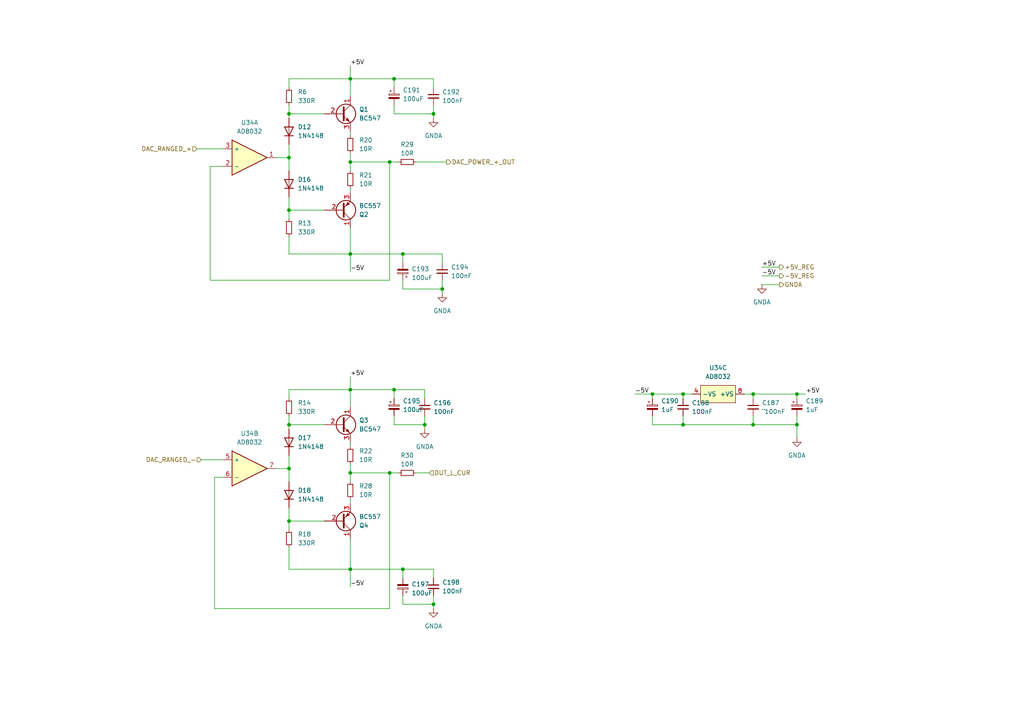
<source format=kicad_sch>
(kicad_sch (version 20231120) (generator "eeschema") (generator_version "8.0")
  (paper "A4")
  (lib_symbols
    (symbol "Device:C_Polarized_Small" (pin_numbers hide) (pin_names (offset 0.254) hide)
      (property "Reference" "C" (at 0.254 1.778 0))
      (property "Value" "C_Polarized_Small" (at 0.254 -2.032 0))
      (symbol "C_Polarized_Small_0_1"
        (rectangle (start -1.524 -0.3048) (end 1.524 -0.6858) (fill (type outline)))
        (rectangle (start -1.524 0.6858) (end 1.524 0.3048))
        (polyline (pts (xy -1.27 1.524) (xy -0.762 1.524)))
        (polyline (pts (xy -1.016 1.27) (xy -1.016 1.778)))
      )
      (symbol "C_Polarized_Small_1_1"
        (pin passive line (at 0 2.54 270) (length 1.8542) (name "~") (number "1"))
        (pin passive line (at 0 -2.54 90) (length 1.8542) (name "~") (number "2"))
      )
    )
    (symbol "Device:C_Small" (pin_numbers hide) (pin_names (offset 0.254) hide)
      (property "Reference" "C" (at 0.254 1.778 0))
      (property "Value" "C_Small" (at 0.254 -2.032 0))
      (symbol "C_Small_0_1"
        (polyline (pts (xy -1.524 -0.508) (xy 1.524 -0.508)) (stroke (width 0.3302)))
        (polyline (pts (xy -1.524 0.508) (xy 1.524 0.508)) (stroke (width 0.3048)))
      )
      (symbol "C_Small_1_1"
        (pin passive line (at 0 2.54 270) (length 2.032) (name "~") (number "1"))
        (pin passive line (at 0 -2.54 90) (length 2.032) (name "~") (number "2"))
      )
    )
    (symbol "Device:R_Small" (pin_numbers hide) (pin_names (offset 0.254) hide)
      (property "Reference" "R" (at 0.762 0.508 0))
      (property "Value" "R_Small" (at 0.762 -1.016 0))
      (symbol "R_Small_0_1"
        (rectangle (start -0.762 1.778) (end 0.762 -1.778) (stroke (width 0.2032)))
      )
      (symbol "R_Small_1_1"
        (pin passive line (at 0 2.54 270) (length 0.762) (name "~") (number "1"))
        (pin passive line (at 0 -2.54 90) (length 0.762) (name "~") (number "2"))
      )
    )
    (symbol "Diode:1N4148" (pin_numbers hide) (pin_names hide)
      (property "Reference" "D" (at 0 2.54 0))
      (property "Value" "1N4148" (at 0 -2.54 0))
      (symbol "1N4148_0_1"
        (polyline (pts (xy -1.27 1.27) (xy -1.27 -1.27)) (stroke (width 0.254)))
        (polyline (pts (xy 1.27 0) (xy -1.27 0)))
        (polyline (pts (xy 1.27 1.27) (xy 1.27 -1.27) (xy -1.27 0) (xy 1.27 1.27)) (stroke (width 0.254)))
      )
      (symbol "1N4148_1_1"
        (pin passive line (at -3.81 0 0) (length 2.54) (name "K") (number "1"))
        (pin passive line (at 3.81 0 180) (length 2.54) (name "A") (number "2"))
      )
    )
    (symbol "JRIX Op Amp:AD8032"
      (property "Reference" "U" (at 0.254 7.874 0))
      (property "Value" "AD8032" (at 0.508 5.842 0))
      (symbol "AD8032_1_1"
        (polyline (pts (xy -3.81 5.08) (xy 6.35 0) (xy -3.81 -5.08) (xy -3.81 5.08)) (stroke (width 0.254)) (fill (type background)))
        (pin output line (at 8.89 0 180) (length 2.54) (name "~") (number "1"))
        (pin input line (at -6.35 -2.54 0) (length 2.54) (name "-") (number "2"))
        (pin input line (at -6.35 2.54 0) (length 2.54) (name "+") (number "3"))
      )
      (symbol "AD8032_2_1"
        (polyline (pts (xy -3.81 5.08) (xy 6.35 0) (xy -3.81 -5.08) (xy -3.81 5.08)) (stroke (width 0.254)) (fill (type background)))
        (pin input line (at -6.35 2.54 0) (length 2.54) (name "+") (number "5"))
        (pin input line (at -6.35 -2.54 0) (length 2.54) (name "-") (number "6"))
        (pin output line (at 8.89 0 180) (length 2.54) (name "~") (number "7"))
      )
      (symbol "AD8032_3_1"
        (rectangle (start -5.08 3.81) (end 5.08 -1.27) (fill (type background)))
        (pin power_in line (at -7.62 1.27 0) (length 2.54) (name "-VS") (number "4"))
        (pin power_in line (at 7.62 1.27 180) (length 2.54) (name "+VS") (number "8"))
      )
    )
    (symbol "Transistor_BJT:BC547" (pin_names (offset 0) hide)
      (property "Reference" "Q" (at 5.08 1.905 0))
      (property "Value" "BC547" (at 5.08 0 0))
      (symbol "BC547_0_1"
        (polyline (pts (xy 0 0) (xy 0.635 0)))
        (polyline (pts (xy 0.635 0.635) (xy 2.54 2.54)))
        (polyline (pts (xy 0.635 -0.635) (xy 2.54 -2.54) (xy 2.54 -2.54)))
        (polyline (pts (xy 0.635 1.905) (xy 0.635 -1.905) (xy 0.635 -1.905)) (stroke (width 0.508)))
        (polyline (pts (xy 1.27 -1.778) (xy 1.778 -1.27) (xy 2.286 -2.286) (xy 1.27 -1.778) (xy 1.27 -1.778)) (fill (type outline)))
        (circle (center 1.27 0) (radius 2.8194) (stroke (width 0.254)))
      )
      (symbol "BC547_1_1"
        (pin passive line (at 2.54 5.08 270) (length 2.54) (name "C") (number "1"))
        (pin input line (at -5.08 0 0) (length 5.08) (name "B") (number "2"))
        (pin passive line (at 2.54 -5.08 90) (length 2.54) (name "E") (number "3"))
      )
    )
    (symbol "Transistor_BJT:BC557" (pin_names (offset 0) hide)
      (property "Reference" "Q" (at 5.08 1.905 0))
      (property "Value" "BC557" (at 5.08 0 0))
      (symbol "BC557_0_1"
        (polyline (pts (xy 0.635 0.635) (xy 2.54 2.54)))
        (polyline (pts (xy 0.635 -0.635) (xy 2.54 -2.54) (xy 2.54 -2.54)))
        (polyline (pts (xy 0.635 1.905) (xy 0.635 -1.905) (xy 0.635 -1.905)) (stroke (width 0.508)))
        (polyline (pts (xy 2.286 -1.778) (xy 1.778 -2.286) (xy 1.27 -1.27) (xy 2.286 -1.778) (xy 2.286 -1.778)) (fill (type outline)))
        (circle (center 1.27 0) (radius 2.8194) (stroke (width 0.254)))
      )
      (symbol "BC557_1_1"
        (pin passive line (at 2.54 5.08 270) (length 2.54) (name "C") (number "1"))
        (pin input line (at -5.08 0 0) (length 5.715) (name "B") (number "2"))
        (pin passive line (at 2.54 -5.08 90) (length 2.54) (name "E") (number "3"))
      )
    )
    (symbol "power:GNDA" (power) (pin_numbers hide) (pin_names (offset 0) hide)
      (property "Value" "GNDA" (at 0 -3.81 0))
      (symbol "GNDA_0_1"
        (polyline (pts (xy 0 0) (xy 0 -1.27) (xy 1.27 -1.27) (xy 0 -2.54) (xy -1.27 -1.27) (xy 0 -1.27)))
      )
      (symbol "GNDA_1_1"
        (pin power_in line (at 0 0 270) (length 0) (name "~") (number "1"))
      )
    )
  )
  (junction (at 113.03 137.16))
  (junction (at 101.6 137.16))
  (junction (at 231.14 114.3))
  (junction (at 198.12 123.19))
  (junction (at 123.19 123.19))
  (junction (at 101.6 73.66))
  (junction (at 113.03 46.99))
  (junction (at 83.82 123.19))
  (junction (at 128.27 83.82))
  (junction (at 114.3 22.86))
  (junction (at 218.44 114.3))
  (junction (at 101.6 165.1))
  (junction (at 198.12 114.3))
  (junction (at 83.82 135.89))
  (junction (at 125.73 33.02))
  (junction (at 101.6 22.86))
  (junction (at 101.6 113.03))
  (junction (at 83.82 45.72))
  (junction (at 83.82 151.13))
  (junction (at 114.3 113.03))
  (junction (at 83.82 33.02))
  (junction (at 125.73 175.26))
  (junction (at 218.44 123.19))
  (junction (at 189.23 114.3))
  (junction (at 231.14 123.19))
  (junction (at 116.84 73.66))
  (junction (at 83.82 60.96))
  (junction (at 116.84 165.1))
  (junction (at 101.6 46.99))
  (wire (pts (xy 83.82 113.03) (xy 101.6 113.03)))
  (wire (pts (xy 83.82 120.65) (xy 83.82 123.19)))
  (wire (pts (xy 114.3 115.57) (xy 114.3 113.03)))
  (wire (pts (xy 60.96 48.26) (xy 60.96 81.28)))
  (wire (pts (xy 116.84 172.72) (xy 116.84 175.26)))
  (wire (pts (xy 116.84 167.64) (xy 116.84 165.1)))
  (wire (pts (xy 123.19 123.19) (xy 123.19 124.46)))
  (wire (pts (xy 101.6 66.04) (xy 101.6 73.66)))
  (wire (pts (xy 218.44 123.19) (xy 231.14 123.19)))
  (wire (pts (xy 101.6 137.16) (xy 113.03 137.16)))
  (wire (pts (xy 120.65 137.16) (xy 124.46 137.16)))
  (wire (pts (xy 83.82 30.48) (xy 83.82 33.02)))
  (wire (pts (xy 220.98 77.47) (xy 226.06 77.47)))
  (wire (pts (xy 101.6 73.66) (xy 101.6 78.74)))
  (wire (pts (xy 101.6 113.03) (xy 101.6 118.11)))
  (wire (pts (xy 83.82 22.86) (xy 101.6 22.86)))
  (wire (pts (xy 57.15 43.18) (xy 64.77 43.18)))
  (wire (pts (xy 58.42 133.35) (xy 64.77 133.35)))
  (wire (pts (xy 113.03 46.99) (xy 115.57 46.99)))
  (wire (pts (xy 83.82 60.96) (xy 83.82 63.5)))
  (wire (pts (xy 101.6 165.1) (xy 101.6 170.18)))
  (wire (pts (xy 125.73 30.48) (xy 125.73 33.02)))
  (wire (pts (xy 116.84 81.28) (xy 116.84 83.82)))
  (wire (pts (xy 120.65 46.99) (xy 129.54 46.99)))
  (wire (pts (xy 93.98 33.02) (xy 83.82 33.02)))
  (wire (pts (xy 125.73 172.72) (xy 125.73 175.26)))
  (wire (pts (xy 113.03 137.16) (xy 115.57 137.16)))
  (wire (pts (xy 101.6 22.86) (xy 101.6 27.94)))
  (wire (pts (xy 114.3 30.48) (xy 114.3 33.02)))
  (wire (pts (xy 231.14 114.3) (xy 233.68 114.3)))
  (wire (pts (xy 101.6 46.99) (xy 101.6 49.53)))
  (wire (pts (xy 220.98 80.01) (xy 226.06 80.01)))
  (wire (pts (xy 83.82 45.72) (xy 83.82 41.91)))
  (wire (pts (xy 128.27 81.28) (xy 128.27 83.82)))
  (wire (pts (xy 128.27 76.2) (xy 128.27 73.66)))
  (wire (pts (xy 83.82 57.15) (xy 83.82 60.96)))
  (wire (pts (xy 231.14 127) (xy 231.14 123.19)))
  (wire (pts (xy 83.82 135.89) (xy 83.82 139.7)))
  (wire (pts (xy 101.6 134.62) (xy 101.6 137.16)))
  (wire (pts (xy 83.82 113.03) (xy 83.82 115.57)))
  (wire (pts (xy 101.6 46.99) (xy 113.03 46.99)))
  (wire (pts (xy 184.15 114.3) (xy 189.23 114.3)))
  (wire (pts (xy 83.82 60.96) (xy 93.98 60.96)))
  (wire (pts (xy 189.23 114.3) (xy 189.23 115.57)))
  (wire (pts (xy 83.82 158.75) (xy 83.82 165.1)))
  (wire (pts (xy 128.27 83.82) (xy 128.27 85.09)))
  (wire (pts (xy 125.73 33.02) (xy 125.73 34.29)))
  (wire (pts (xy 83.82 151.13) (xy 93.98 151.13)))
  (wire (pts (xy 125.73 25.4) (xy 125.73 22.86)))
  (wire (pts (xy 231.14 114.3) (xy 231.14 115.57)))
  (wire (pts (xy 83.82 25.4) (xy 83.82 22.86)))
  (wire (pts (xy 64.77 48.26) (xy 60.96 48.26)))
  (wire (pts (xy 83.82 68.58) (xy 83.82 73.66)))
  (wire (pts (xy 123.19 113.03) (xy 114.3 113.03)))
  (wire (pts (xy 218.44 114.3) (xy 218.44 115.57)))
  (wire (pts (xy 83.82 165.1) (xy 101.6 165.1)))
  (wire (pts (xy 83.82 151.13) (xy 83.82 153.67)))
  (wire (pts (xy 114.3 113.03) (xy 101.6 113.03)))
  (wire (pts (xy 80.01 135.89) (xy 83.82 135.89)))
  (wire (pts (xy 83.82 123.19) (xy 83.82 124.46)))
  (wire (pts (xy 226.06 82.55) (xy 220.98 82.55)))
  (wire (pts (xy 123.19 115.57) (xy 123.19 113.03)))
  (wire (pts (xy 64.77 138.43) (xy 62.23 138.43)))
  (wire (pts (xy 198.12 120.65) (xy 198.12 123.19)))
  (wire (pts (xy 101.6 109.22) (xy 101.6 113.03)))
  (wire (pts (xy 114.3 22.86) (xy 125.73 22.86)))
  (wire (pts (xy 189.23 120.65) (xy 189.23 123.19)))
  (wire (pts (xy 101.6 144.78) (xy 101.6 146.05)))
  (wire (pts (xy 113.03 81.28) (xy 113.03 46.99)))
  (wire (pts (xy 101.6 54.61) (xy 101.6 55.88)))
  (wire (pts (xy 93.98 123.19) (xy 83.82 123.19)))
  (wire (pts (xy 114.3 22.86) (xy 101.6 22.86)))
  (wire (pts (xy 116.84 76.2) (xy 116.84 73.66)))
  (wire (pts (xy 114.3 25.4) (xy 114.3 22.86)))
  (wire (pts (xy 83.82 33.02) (xy 83.82 34.29)))
  (wire (pts (xy 101.6 128.27) (xy 101.6 129.54)))
  (wire (pts (xy 60.96 81.28) (xy 113.03 81.28)))
  (wire (pts (xy 101.6 137.16) (xy 101.6 139.7)))
  (wire (pts (xy 101.6 156.21) (xy 101.6 165.1)))
  (wire (pts (xy 215.9 114.3) (xy 218.44 114.3)))
  (wire (pts (xy 218.44 114.3) (xy 231.14 114.3)))
  (wire (pts (xy 116.84 83.82) (xy 128.27 83.82)))
  (wire (pts (xy 198.12 114.3) (xy 200.66 114.3)))
  (wire (pts (xy 116.84 175.26) (xy 125.73 175.26)))
  (wire (pts (xy 62.23 138.43) (xy 62.23 176.53)))
  (wire (pts (xy 189.23 114.3) (xy 198.12 114.3)))
  (wire (pts (xy 189.23 123.19) (xy 198.12 123.19)))
  (wire (pts (xy 101.6 44.45) (xy 101.6 46.99)))
  (wire (pts (xy 101.6 73.66) (xy 116.84 73.66)))
  (wire (pts (xy 113.03 176.53) (xy 113.03 137.16)))
  (wire (pts (xy 198.12 114.3) (xy 198.12 115.57)))
  (wire (pts (xy 218.44 120.65) (xy 218.44 123.19)))
  (wire (pts (xy 114.3 123.19) (xy 123.19 123.19)))
  (wire (pts (xy 62.23 176.53) (xy 113.03 176.53)))
  (wire (pts (xy 116.84 73.66) (xy 128.27 73.66)))
  (wire (pts (xy 231.14 120.65) (xy 231.14 123.19)))
  (wire (pts (xy 125.73 165.1) (xy 116.84 165.1)))
  (wire (pts (xy 114.3 120.65) (xy 114.3 123.19)))
  (wire (pts (xy 80.01 45.72) (xy 83.82 45.72)))
  (wire (pts (xy 83.82 147.32) (xy 83.82 151.13)))
  (wire (pts (xy 125.73 175.26) (xy 125.73 176.53)))
  (wire (pts (xy 125.73 167.64) (xy 125.73 165.1)))
  (wire (pts (xy 101.6 38.1) (xy 101.6 39.37)))
  (wire (pts (xy 83.82 45.72) (xy 83.82 49.53)))
  (wire (pts (xy 198.12 123.19) (xy 218.44 123.19)))
  (wire (pts (xy 114.3 33.02) (xy 125.73 33.02)))
  (wire (pts (xy 83.82 73.66) (xy 101.6 73.66)))
  (wire (pts (xy 101.6 165.1) (xy 116.84 165.1)))
  (wire (pts (xy 101.6 19.05) (xy 101.6 22.86)))
  (wire (pts (xy 123.19 120.65) (xy 123.19 123.19)))
  (wire (pts (xy 83.82 135.89) (xy 83.82 132.08)))
  (label "-5V" (at 101.6 78.74 0))
  (label "-5V" (at 101.6 170.18 0))
  (label "-5V" (at 220.98 80.01 0))
  (label "-5V" (at 184.15 114.3 0))
  (label "+5V" (at 101.6 109.22 0))
  (label "+5V" (at 101.6 19.05 0))
  (label "+5V" (at 233.68 114.3 0))
  (label "+5V" (at 220.98 77.47 0))
  (hierarchical_label "GNDA" (shape output) (at 226.06 82.55 0))
  (hierarchical_label "DAC_RANGED_-" (shape input) (at 58.42 133.35 180))
  (hierarchical_label "DUT_L_CUR" (shape input) (at 124.46 137.16 0))
  (hierarchical_label "DAC_RANGED_+" (shape input) (at 57.15 43.18 180))
  (hierarchical_label "DAC_POWER_+_OUT" (shape output) (at 129.54 46.99 0))
  (hierarchical_label "+5V_REG" (shape output) (at 226.06 77.47 0))
  (hierarchical_label "-5V_REG" (shape output) (at 226.06 80.01 0))
  (symbol (lib_id "power:GNDA") (at 128.27 85.09 0) (unit 1)
    (property "Reference" "#PWR0127" (effects (hide yes)))
    (property "Value" "GNDA" (at 128.27 90.17 0))
    (property "Description" "Power symbol creates a global label with name \"GNDA\" , analog ground" (effects (hide yes)))
  )
  (symbol (lib_id "Diode:1N4148") (at 83.82 143.51 90) (unit 1)
    (property "Reference" "D18" (at 86.36 142.2399 90) (effects (justify right)))
    (property "Value" "1N4148" (at 86.36 144.7799 90) (effects (justify right)))
    (property "Footprint" "Diode_THT:D_DO-35_SOD27_P7.62mm_Horizontal" (effects (hide yes)))
    (property "Datasheet" "https://assets.nexperia.com/documents/data-sheet/1N4148_1N4448.pdf" (effects (hide yes)))
    (property "Description" "100V 0.15A standard switching diode, DO-35" (effects (hide yes)))
    (property "Sim.Device" "D" (effects (hide yes)))
    (property "Sim.Pins" "1=K 2=A" (effects (hide yes)))
  )
  (symbol (lib_id "Transistor_BJT:BC557") (at 99.06 151.13 0) (mirror x) (unit 1)
    (property "Reference" "Q4" (at 104.14 152.4001 0) (effects (justify left)))
    (property "Value" "BC557" (at 104.14 149.8601 0) (effects (justify left)))
    (property "Footprint" "Package_TO_SOT_THT:TO-92_Inline" (effects (hide yes)))
    (property "Datasheet" "https://www.onsemi.com/pub/Collateral/BC556BTA-D.pdf" (effects (hide yes)))
    (property "Description" "0.1A Ic, 45V Vce, PNP Small Signal Transistor, TO-92" (effects (hide yes)))
  )
  (symbol (lib_id "power:GNDA") (at 220.98 82.55 0) (unit 1)
    (property "Reference" "#PWR0124" (effects (hide yes)))
    (property "Value" "GNDA" (at 220.98 87.63 0))
    (property "Description" "Power symbol creates a global label with name \"GNDA\" , analog ground" (effects (hide yes)))
  )
  (symbol (lib_id "Device:R_Small") (at 101.6 132.08 0) (unit 1)
    (property "Reference" "R22" (at 104.14 130.8099 0) (effects (justify left)))
    (property "Value" "10R" (at 104.14 133.3499 0) (effects (justify left)))
    (property "Footprint" "Resistor_THT:R_Axial_DIN0207_L6.3mm_D2.5mm_P10.16mm_Horizontal" (effects (hide yes)))
    (property "Description" "Resistor, small symbol" (effects (hide yes)))
  )
  (symbol (lib_id "Device:C_Polarized_Small") (at 114.3 27.94 0) (unit 1)
    (property "Reference" "C191" (at 116.84 26.1238 0) (effects (justify left)))
    (property "Value" "100uF" (at 116.84 28.6638 0) (effects (justify left)))
    (property "Footprint" "Capacitor_THT:CP_Radial_D6.3mm_P2.50mm" (effects (hide yes)))
    (property "Description" "Polarized capacitor, small symbol" (effects (hide yes)))
  )
  (symbol (lib_id "Device:C_Small") (at 218.44 118.11 0) (unit 1)
    (property "Reference" "C187" (at 220.98 116.8462 0) (effects (justify left)))
    (property "Value" "¨100nF" (at 220.98 119.3862 0) (effects (justify left)))
    (property "Footprint" "Capacitor_SMD:C_0805_2012Metric_Pad1.18x1.45mm_HandSolder" (effects (hide yes)))
    (property "Description" "Unpolarized capacitor, small symbol" (effects (hide yes)))
  )
  (symbol (lib_id "Transistor_BJT:BC547") (at 99.06 33.02 0) (unit 1)
    (property "Reference" "Q1" (at 104.14 31.7499 0) (effects (justify left)))
    (property "Value" "BC547" (at 104.14 34.2899 0) (effects (justify left)))
    (property "Footprint" "Package_TO_SOT_THT:TO-92_Inline" (effects (hide yes)))
    (property "Datasheet" "https://www.onsemi.com/pub/Collateral/BC550-D.pdf" (effects (hide yes)))
    (property "Description" "0.1A Ic, 45V Vce, Small Signal NPN Transistor, TO-92" (effects (hide yes)))
  )
  (symbol (lib_id "Diode:1N4148") (at 83.82 38.1 90) (unit 1)
    (property "Reference" "D12" (at 86.36 36.8299 90) (effects (justify right)))
    (property "Value" "1N4148" (at 86.36 39.3699 90) (effects (justify right)))
    (property "Footprint" "Diode_THT:D_DO-35_SOD27_P7.62mm_Horizontal" (effects (hide yes)))
    (property "Datasheet" "https://assets.nexperia.com/documents/data-sheet/1N4148_1N4448.pdf" (effects (hide yes)))
    (property "Description" "100V 0.15A standard switching diode, DO-35" (effects (hide yes)))
    (property "Sim.Device" "D" (effects (hide yes)))
    (property "Sim.Pins" "1=K 2=A" (effects (hide yes)))
  )
  (symbol (lib_id "Device:R_Small") (at 83.82 66.04 0) (unit 1)
    (property "Reference" "R13" (at 86.36 64.7699 0) (effects (justify left)))
    (property "Value" "330R" (at 86.36 67.3099 0) (effects (justify left)))
    (property "Footprint" "Resistor_THT:R_Axial_DIN0207_L6.3mm_D2.5mm_P10.16mm_Horizontal" (effects (hide yes)))
    (property "Description" "Resistor, small symbol" (effects (hide yes)))
  )
  (symbol (lib_id "power:GNDA") (at 125.73 176.53 0) (unit 1)
    (property "Reference" "#PWR0129" (effects (hide yes)))
    (property "Value" "GNDA" (at 125.73 181.61 0))
    (property "Description" "Power symbol creates a global label with name \"GNDA\" , analog ground" (effects (hide yes)))
  )
  (symbol (lib_id "JRIX Op Amp:AD8032") (at 71.12 135.89 0) (unit 2)
    (property "Reference" "U34" (at 72.39 125.73 0))
    (property "Value" "AD8032" (at 72.39 128.27 0))
    (property "Footprint" "Package_DIP:DIP-8_W7.62mm" (effects (hide yes)))
    (property "Datasheet" "https://www.mouser.com/datasheet/2/609/AD8031_8032-1502047.pdf" (effects (hide yes)))
    (property "Description" "2.7 V, 800 μA, 80 MHz Rail-to-Rail I/O Amplifiers" (effects (hide yes)))
  )
  (symbol (lib_id "Transistor_BJT:BC547") (at 99.06 123.19 0) (unit 1)
    (property "Reference" "Q3" (at 104.14 121.9199 0) (effects (justify left)))
    (property "Value" "BC547" (at 104.14 124.4599 0) (effects (justify left)))
    (property "Footprint" "Package_TO_SOT_THT:TO-92_Inline" (effects (hide yes)))
    (property "Datasheet" "https://www.onsemi.com/pub/Collateral/BC550-D.pdf" (effects (hide yes)))
    (property "Description" "0.1A Ic, 45V Vce, Small Signal NPN Transistor, TO-92" (effects (hide yes)))
  )
  (symbol (lib_id "Device:R_Small") (at 118.11 137.16 90) (unit 1)
    (property "Reference" "R30" (at 118.11 132.08 90))
    (property "Value" "10R" (at 118.11 134.62 90))
    (property "Footprint" "Resistor_THT:R_Axial_DIN0207_L6.3mm_D2.5mm_P10.16mm_Horizontal" (effects (hide yes)))
    (property "Description" "Resistor, small symbol" (effects (hide yes)))
  )
  (symbol (lib_id "Device:C_Polarized_Small") (at 116.84 78.74 180) (unit 1)
    (property "Reference" "C193" (at 119.38 78.016 0) (effects (justify right)))
    (property "Value" "100uF" (at 119.38 80.556 0) (effects (justify right)))
    (property "Footprint" "Capacitor_THT:CP_Radial_D6.3mm_P2.50mm" (effects (hide yes)))
    (property "Description" "Polarized capacitor, small symbol" (effects (hide yes)))
  )
  (symbol (lib_id "Device:C_Small") (at 198.12 118.11 0) (unit 1)
    (property "Reference" "C188" (at 200.66 116.8462 0) (effects (justify left)))
    (property "Value" "100nF" (at 200.66 119.3862 0) (effects (justify left)))
    (property "Footprint" "Capacitor_SMD:C_0805_2012Metric_Pad1.18x1.45mm_HandSolder" (effects (hide yes)))
    (property "Description" "Unpolarized capacitor, small symbol" (effects (hide yes)))
  )
  (symbol (lib_id "Device:C_Polarized_Small") (at 189.23 118.11 0) (unit 1)
    (property "Reference" "C190" (at 191.77 116.2938 0) (effects (justify left)))
    (property "Value" "1uF" (at 191.77 118.8338 0) (effects (justify left)))
    (property "Footprint" "Capacitor_SMD:C_0805_2012Metric_Pad1.18x1.45mm_HandSolder" (effects (hide yes)))
    (property "Description" "Polarized capacitor, small symbol" (effects (hide yes)))
  )
  (symbol (lib_id "JRIX Op Amp:AD8032") (at 71.12 45.72 0) (unit 1)
    (property "Reference" "U34" (at 72.39 35.56 0))
    (property "Value" "AD8032" (at 72.39 38.1 0))
    (property "Footprint" "Package_DIP:DIP-8_W7.62mm" (effects (hide yes)))
    (property "Datasheet" "https://www.mouser.com/datasheet/2/609/AD8031_8032-1502047.pdf" (effects (hide yes)))
    (property "Description" "2.7 V, 800 μA, 80 MHz Rail-to-Rail I/O Amplifiers" (effects (hide yes)))
  )
  (symbol (lib_id "power:GNDA") (at 125.73 34.29 0) (unit 1)
    (property "Reference" "#PWR0126" (effects (hide yes)))
    (property "Value" "GNDA" (at 125.73 39.37 0))
    (property "Description" "Power symbol creates a global label with name \"GNDA\" , analog ground" (effects (hide yes)))
  )
  (symbol (lib_id "Device:R_Small") (at 101.6 142.24 0) (unit 1)
    (property "Reference" "R28" (at 104.14 140.9699 0) (effects (justify left)))
    (property "Value" "10R" (at 104.14 143.5099 0) (effects (justify left)))
    (property "Footprint" "Resistor_THT:R_Axial_DIN0207_L6.3mm_D2.5mm_P10.16mm_Horizontal" (effects (hide yes)))
    (property "Description" "Resistor, small symbol" (effects (hide yes)))
  )
  (symbol (lib_id "Device:C_Small") (at 128.27 78.74 0) (unit 1)
    (property "Reference" "C194" (at 130.81 77.4762 0) (effects (justify left)))
    (property "Value" "100nF" (at 130.81 80.0162 0) (effects (justify left)))
    (property "Footprint" "Capacitor_SMD:C_0805_2012Metric_Pad1.18x1.45mm_HandSolder" (effects (hide yes)))
    (property "Description" "Unpolarized capacitor, small symbol" (effects (hide yes)))
  )
  (symbol (lib_id "power:GNDA") (at 231.14 127 0) (unit 1)
    (property "Reference" "#PWR0125" (effects (hide yes)))
    (property "Value" "GNDA" (at 231.14 132.08 0))
    (property "Description" "Power symbol creates a global label with name \"GNDA\" , analog ground" (effects (hide yes)))
  )
  (symbol (lib_id "Device:R_Small") (at 101.6 41.91 0) (unit 1)
    (property "Reference" "R20" (at 104.14 40.6399 0) (effects (justify left)))
    (property "Value" "10R" (at 104.14 43.1799 0) (effects (justify left)))
    (property "Footprint" "Resistor_THT:R_Axial_DIN0207_L6.3mm_D2.5mm_P10.16mm_Horizontal" (effects (hide yes)))
    (property "Description" "Resistor, small symbol" (effects (hide yes)))
  )
  (symbol (lib_id "Device:C_Polarized_Small") (at 231.14 118.11 0) (unit 1)
    (property "Reference" "C189" (at 233.68 116.2938 0) (effects (justify left)))
    (property "Value" "1uF" (at 233.68 118.8338 0) (effects (justify left)))
    (property "Footprint" "Capacitor_SMD:C_0805_2012Metric_Pad1.18x1.45mm_HandSolder" (effects (hide yes)))
    (property "Description" "Polarized capacitor, small symbol" (effects (hide yes)))
  )
  (symbol (lib_id "Device:C_Small") (at 125.73 170.18 0) (unit 1)
    (property "Reference" "C198" (at 128.27 168.9162 0) (effects (justify left)))
    (property "Value" "100nF" (at 128.27 171.4562 0) (effects (justify left)))
    (property "Footprint" "Capacitor_SMD:C_0805_2012Metric_Pad1.18x1.45mm_HandSolder" (effects (hide yes)))
    (property "Description" "Unpolarized capacitor, small symbol" (effects (hide yes)))
  )
  (symbol (lib_id "Device:R_Small") (at 83.82 27.94 0) (unit 1)
    (property "Reference" "R6" (at 86.36 26.6699 0) (effects (justify left)))
    (property "Value" "330R" (at 86.36 29.2099 0) (effects (justify left)))
    (property "Footprint" "Resistor_THT:R_Axial_DIN0207_L6.3mm_D2.5mm_P10.16mm_Horizontal" (effects (hide yes)))
    (property "Description" "Resistor, small symbol" (effects (hide yes)))
  )
  (symbol (lib_id "Transistor_BJT:BC557") (at 99.06 60.96 0) (mirror x) (unit 1)
    (property "Reference" "Q2" (at 104.14 62.2301 0) (effects (justify left)))
    (property "Value" "BC557" (at 104.14 59.6901 0) (effects (justify left)))
    (property "Footprint" "Package_TO_SOT_THT:TO-92_Inline" (effects (hide yes)))
    (property "Datasheet" "https://www.onsemi.com/pub/Collateral/BC556BTA-D.pdf" (effects (hide yes)))
    (property "Description" "0.1A Ic, 45V Vce, PNP Small Signal Transistor, TO-92" (effects (hide yes)))
  )
  (symbol (lib_id "JRIX Op Amp:AD8032") (at 208.28 115.57 0) (unit 3)
    (property "Reference" "U34" (at 208.28 106.68 0))
    (property "Value" "AD8032" (at 208.28 109.22 0))
    (property "Footprint" "Package_DIP:DIP-8_W7.62mm" (effects (hide yes)))
    (property "Datasheet" "https://www.mouser.com/datasheet/2/609/AD8031_8032-1502047.pdf" (effects (hide yes)))
    (property "Description" "2.7 V, 800 μA, 80 MHz Rail-to-Rail I/O Amplifiers" (effects (hide yes)))
  )
  (symbol (lib_id "Device:R_Small") (at 83.82 118.11 0) (unit 1)
    (property "Reference" "R14" (at 86.36 116.8399 0) (effects (justify left)))
    (property "Value" "330R" (at 86.36 119.3799 0) (effects (justify left)))
    (property "Footprint" "Resistor_THT:R_Axial_DIN0207_L6.3mm_D2.5mm_P10.16mm_Horizontal" (effects (hide yes)))
    (property "Description" "Resistor, small symbol" (effects (hide yes)))
  )
  (symbol (lib_id "power:GNDA") (at 123.19 124.46 0) (unit 1)
    (property "Reference" "#PWR0128" (effects (hide yes)))
    (property "Value" "GNDA" (at 123.19 129.54 0))
    (property "Description" "Power symbol creates a global label with name \"GNDA\" , analog ground" (effects (hide yes)))
  )
  (symbol (lib_id "Diode:1N4148") (at 83.82 128.27 90) (unit 1)
    (property "Reference" "D17" (at 86.36 126.9999 90) (effects (justify right)))
    (property "Value" "1N4148" (at 86.36 129.5399 90) (effects (justify right)))
    (property "Footprint" "Diode_THT:D_DO-35_SOD27_P7.62mm_Horizontal" (effects (hide yes)))
    (property "Datasheet" "https://assets.nexperia.com/documents/data-sheet/1N4148_1N4448.pdf" (effects (hide yes)))
    (property "Description" "100V 0.15A standard switching diode, DO-35" (effects (hide yes)))
    (property "Sim.Device" "D" (effects (hide yes)))
    (property "Sim.Pins" "1=K 2=A" (effects (hide yes)))
  )
  (symbol (lib_id "Device:C_Polarized_Small") (at 116.84 170.18 180) (unit 1)
    (property "Reference" "C197" (at 119.38 169.456 0) (effects (justify right)))
    (property "Value" "100uF" (at 119.38 171.996 0) (effects (justify right)))
    (property "Footprint" "Capacitor_THT:CP_Radial_D6.3mm_P2.50mm" (effects (hide yes)))
    (property "Description" "Polarized capacitor, small symbol" (effects (hide yes)))
  )
  (symbol (lib_id "Device:C_Small") (at 125.73 27.94 0) (unit 1)
    (property "Reference" "C192" (at 128.27 26.6762 0) (effects (justify left)))
    (property "Value" "100nF" (at 128.27 29.2162 0) (effects (justify left)))
    (property "Footprint" "Capacitor_SMD:C_0805_2012Metric_Pad1.18x1.45mm_HandSolder" (effects (hide yes)))
    (property "Description" "Unpolarized capacitor, small symbol" (effects (hide yes)))
  )
  (symbol (lib_id "Device:R_Small") (at 83.82 156.21 0) (unit 1)
    (property "Reference" "R18" (at 86.36 154.9399 0) (effects (justify left)))
    (property "Value" "330R" (at 86.36 157.4799 0) (effects (justify left)))
    (property "Footprint" "Resistor_THT:R_Axial_DIN0207_L6.3mm_D2.5mm_P10.16mm_Horizontal" (effects (hide yes)))
    (property "Description" "Resistor, small symbol" (effects (hide yes)))
  )
  (symbol (lib_id "Device:R_Small") (at 118.11 46.99 90) (unit 1)
    (property "Reference" "R29" (at 118.11 41.91 90))
    (property "Value" "10R" (at 118.11 44.45 90))
    (property "Footprint" "Resistor_THT:R_Axial_DIN0207_L6.3mm_D2.5mm_P10.16mm_Horizontal" (effects (hide yes)))
    (property "Description" "Resistor, small symbol" (effects (hide yes)))
  )
  (symbol (lib_id "Device:R_Small") (at 101.6 52.07 0) (unit 1)
    (property "Reference" "R21" (at 104.14 50.7999 0) (effects (justify left)))
    (property "Value" "10R" (at 104.14 53.3399 0) (effects (justify left)))
    (property "Footprint" "Resistor_THT:R_Axial_DIN0207_L6.3mm_D2.5mm_P10.16mm_Horizontal" (effects (hide yes)))
    (property "Description" "Resistor, small symbol" (effects (hide yes)))
  )
  (symbol (lib_id "Diode:1N4148") (at 83.82 53.34 90) (unit 1)
    (property "Reference" "D16" (at 86.36 52.0699 90) (effects (justify right)))
    (property "Value" "1N4148" (at 86.36 54.6099 90) (effects (justify right)))
    (property "Footprint" "Diode_THT:D_DO-35_SOD27_P7.62mm_Horizontal" (effects (hide yes)))
    (property "Datasheet" "https://assets.nexperia.com/documents/data-sheet/1N4148_1N4448.pdf" (effects (hide yes)))
    (property "Description" "100V 0.15A standard switching diode, DO-35" (effects (hide yes)))
    (property "Sim.Device" "D" (effects (hide yes)))
    (property "Sim.Pins" "1=K 2=A" (effects (hide yes)))
  )
  (symbol (lib_id "Device:C_Small") (at 123.19 118.11 0) (unit 1)
    (property "Reference" "C196" (at 125.73 116.8462 0) (effects (justify left)))
    (property "Value" "100nF" (at 125.73 119.3862 0) (effects (justify left)))
    (property "Footprint" "Capacitor_SMD:C_0805_2012Metric_Pad1.18x1.45mm_HandSolder" (effects (hide yes)))
    (property "Description" "Unpolarized capacitor, small symbol" (effects (hide yes)))
  )
  (symbol (lib_id "Device:C_Polarized_Small") (at 114.3 118.11 0) (unit 1)
    (property "Reference" "C195" (at 116.84 116.2938 0) (effects (justify left)))
    (property "Value" "100uF" (at 116.84 118.8338 0) (effects (justify left)))
    (property "Footprint" "Capacitor_THT:CP_Radial_D6.3mm_P2.50mm" (effects (hide yes)))
    (property "Description" "Polarized capacitor, small symbol" (effects (hide yes)))
  )
)
</source>
